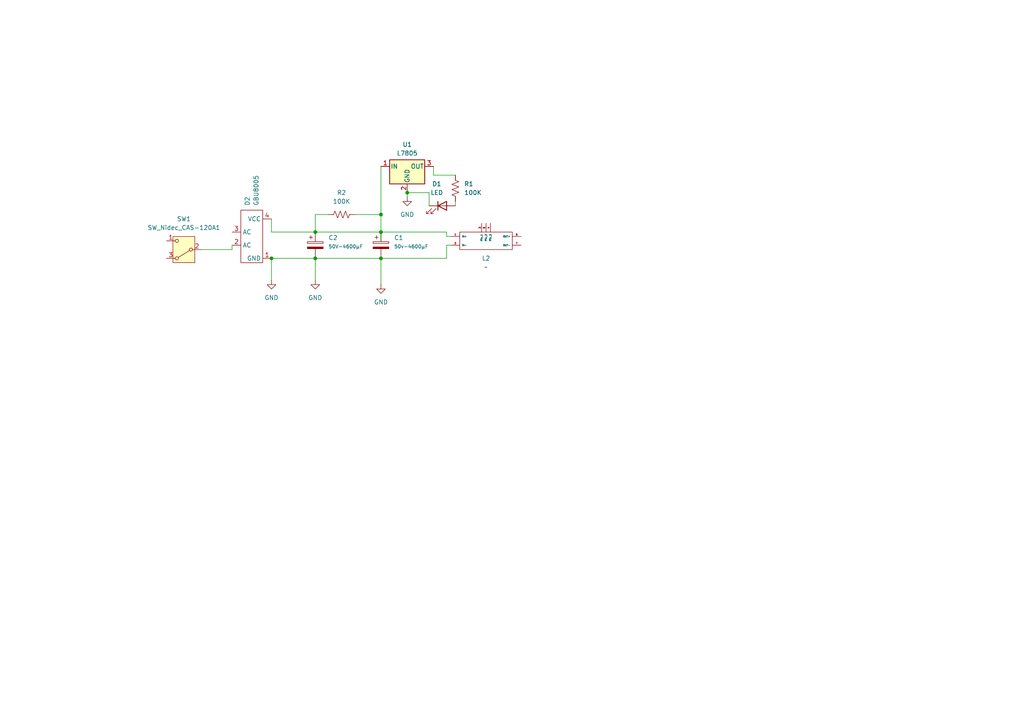
<source format=kicad_sch>
(kicad_sch (version 20250114) (generator "eeschema") (generator_version "9.0")
  (paper "A4")
  (lib_symbols
    (symbol "Device:C_Polarized" (pin_numbers (hide yes)) (pin_names (offset 0.254))
      (property "Reference" "C" (at 0.635 2.54 0))
      (property "Value" "C_Polarized" (at 0.635 -2.54 0))
      (symbol "C_Polarized_0_1"
        (rectangle (start -2.286 0.508) (end 2.286 1.016))
        (polyline (pts (xy -1.778 2.286) (xy -0.762 2.286)))
        (polyline (pts (xy -1.27 2.794) (xy -1.27 1.778)))
        (rectangle (start 2.286 -0.508) (end -2.286 -1.016) (fill (type outline)))
      )
      (symbol "C_Polarized_1_1"
        (pin passive line (at 0 3.81 270) (length 2.794) (name "~") (number "1"))
        (pin passive line (at 0 -3.81 90) (length 2.794) (name "~") (number "2"))
      )
    )
    (symbol "Device:LED" (pin_numbers (hide yes)) (pin_names (offset 1.016) (hide yes))
      (property "Reference" "D" (at 0 2.54 0))
      (property "Value" "LED" (at 0 -2.54 0))
      (symbol "LED_0_1"
        (polyline (pts (xy -3.048 -0.762) (xy -4.572 -2.286) (xy -3.81 -2.286) (xy -4.572 -2.286) (xy -4.572 -1.524)))
        (polyline (pts (xy -1.778 -0.762) (xy -3.302 -2.286) (xy -2.54 -2.286) (xy -3.302 -2.286) (xy -3.302 -1.524)))
        (polyline (pts (xy -1.27 0) (xy 1.27 0)))
        (polyline (pts (xy -1.27 -1.27) (xy -1.27 1.27)) (stroke (width 0.254)))
        (polyline (pts (xy 1.27 -1.27) (xy 1.27 1.27) (xy -1.27 0) (xy 1.27 -1.27)) (stroke (width 0.254)))
      )
      (symbol "LED_1_1"
        (pin passive line (at -3.81 0 0) (length 2.54) (name "K") (number "1"))
        (pin passive line (at 3.81 0 180) (length 2.54) (name "A") (number "2"))
      )
    )
    (symbol "Device:R_US" (pin_numbers (hide yes)) (pin_names (offset 0))
      (property "Reference" "R" (at 2.54 0 90))
      (property "Value" "R_US" (at -2.54 0 90))
      (symbol "R_US_0_1"
        (polyline (pts (xy 0 2.286) (xy 0 2.54)))
        (polyline (pts (xy 0 2.286) (xy 1.016 1.905) (xy 0 1.524) (xy -1.016 1.143) (xy 0 0.762)))
        (polyline (pts (xy 0 0.762) (xy 1.016 0.381) (xy 0 0) (xy -1.016 -0.381) (xy 0 -0.762)))
        (polyline (pts (xy 0 -0.762) (xy 1.016 -1.143) (xy 0 -1.524) (xy -1.016 -1.905) (xy 0 -2.286)))
        (polyline (pts (xy 0 -2.286) (xy 0 -2.54)))
      )
      (symbol "R_US_1_1"
        (pin passive line (at 0 3.81 270) (length 1.27) (name "~") (number "1"))
        (pin passive line (at 0 -3.81 90) (length 1.27) (name "~") (number "2"))
      )
    )
    (symbol "GBU8005_1"
      (property "Reference" "D" (at 1.778 16.764 0))
      (symbol "GBU8005_1_0_1"
        (rectangle (start 1.27 15.24) (end 16.51 8.89))
      )
      (symbol "GBU8005_1_1_1"
        (pin output line (at 2.54 6.35 90) (length 2.54) (name "GND") (number "1"))
        (pin passive line (at 6.35 17.78 270) (length 2.54) (name "AC") (number "2"))
        (pin passive line (at 10.16 17.78 270) (length 2.54) (name "AC") (number "3"))
        (pin output line (at 13.97 6.35 90) (length 2.54) (name "VCC") (number "4"))
      )
    )
    (symbol "LM2596:LM2596_Module"
      (property "Reference" "L" (at 0 0 0))
      (symbol "LM2596_Module_0_1"
        (rectangle (start 0 7.62) (end 15.24 2.54))
      )
      (symbol "LM2596_Module_1_1"
        (pin input line (at -2.54 6.35 0) (length 2.54) (name "IN+") (number "1"))
        (pin input line (at -2.54 3.81 0) (length 2.54) (name "IN-") (number "2"))
        (pin passive line (at 6.35 10.16 270) (length 2.54) (name "Pin_1") (number "3"))
        (pin passive line (at 7.62 10.16 270) (length 2.54) (name "Pin_2") (number "5"))
        (pin passive line (at 8.89 10.16 270) (length 2.54) (name "Pin_3") (number "4"))
        (pin output line (at 17.78 6.35 180) (length 2.54) (name "OUT+") (number "6"))
        (pin output line (at 17.78 3.81 180) (length 2.54) (name "OUT-") (number "7"))
      )
    )
    (symbol "Regulator_Linear:L7805" (pin_names (offset 0.254))
      (property "Reference" "U" (at -3.81 3.175 0))
      (property "Value" "L7805" (at 0 3.175 0))
      (symbol "L7805_0_1"
        (rectangle (start -5.08 1.905) (end 5.08 -5.08) (stroke (width 0.254)) (fill (type background)))
      )
      (symbol "L7805_1_1"
        (pin power_in line (at -7.62 0 0) (length 2.54) (name "IN") (number "1"))
        (pin power_in line (at 0 -7.62 90) (length 2.54) (name "GND") (number "2"))
        (pin power_out line (at 7.62 0 180) (length 2.54) (name "OUT") (number "3"))
      )
    )
    (symbol "Switch:SW_Nidec_CAS-120A1" (pin_names (offset 1) (hide yes))
      (property "Reference" "SW" (at 0 4.318 0))
      (property "Value" "SW_Nidec_CAS-120A1" (at 0 -5.08 0))
      (symbol "SW_Nidec_CAS-120A1_0_1"
        (circle (center -2.032 0) (radius 0.4572))
        (polyline (pts (xy -1.651 0.254) (xy 1.651 2.286)))
        (circle (center 2.032 2.54) (radius 0.4572))
        (circle (center 2.032 -2.54) (radius 0.4572))
      )
      (symbol "SW_Nidec_CAS-120A1_1_1"
        (rectangle (start -3.175 3.81) (end 3.175 -3.81) (fill (type background)))
        (pin passive line (at -5.08 0 0) (length 2.54) (name "B") (number "2"))
        (pin passive line (at 5.08 2.54 180) (length 2.54) (name "A") (number "3"))
        (pin passive line (at 5.08 -2.54 180) (length 2.54) (name "C") (number "1"))
      )
    )
    (symbol "power:GND" (power) (pin_numbers (hide yes)) (pin_names (offset 0) (hide yes))
      (property "Value" "GND" (at 0 -3.81 0))
      (symbol "GND_0_1"
        (polyline (pts (xy 0 0) (xy 0 -1.27) (xy 1.27 -1.27) (xy 0 -2.54) (xy -1.27 -1.27) (xy 0 -1.27)))
      )
      (symbol "GND_1_1"
        (pin power_in line (at 0 0 270) (length 0) (name "~") (number "1"))
      )
    )
  )
  (junction (at 118.11 55.88))
  (junction (at 110.49 67.31))
  (junction (at 91.44 67.31))
  (junction (at 78.74 74.93))
  (junction (at 91.44 74.93))
  (junction (at 110.49 74.93))
  (junction (at 110.49 62.23))
  (wire (pts (xy 132.08 58.42) (xy 132.08 59.69)))
  (wire (pts (xy 102.87 62.23) (xy 110.49 62.23)))
  (wire (pts (xy 91.44 74.93) (xy 110.49 74.93)))
  (wire (pts (xy 91.44 67.31) (xy 110.49 67.31)))
  (wire (pts (xy 110.49 74.93) (xy 129.54 74.93)))
  (wire (pts (xy 78.74 63.5) (xy 78.74 67.31)))
  (wire (pts (xy 67.31 72.39) (xy 67.31 71.12)))
  (wire (pts (xy 110.49 74.93) (xy 110.49 82.55)))
  (wire (pts (xy 58.42 72.39) (xy 67.31 72.39)))
  (wire (pts (xy 129.54 71.12) (xy 130.81 71.12)))
  (wire (pts (xy 91.44 62.23) (xy 95.25 62.23)))
  (wire (pts (xy 78.74 74.93) (xy 91.44 74.93)))
  (wire (pts (xy 91.44 67.31) (xy 91.44 62.23)))
  (wire (pts (xy 110.49 67.31) (xy 129.54 67.31)))
  (wire (pts (xy 132.08 50.8) (xy 125.73 50.8)))
  (wire (pts (xy 124.46 55.88) (xy 124.46 59.69)))
  (wire (pts (xy 118.11 55.88) (xy 118.11 57.15)))
  (wire (pts (xy 110.49 69.85) (xy 110.49 67.31)))
  (wire (pts (xy 78.74 67.31) (xy 91.44 67.31)))
  (wire (pts (xy 78.74 74.93) (xy 78.74 81.28)))
  (wire (pts (xy 118.11 55.88) (xy 124.46 55.88)))
  (wire (pts (xy 129.54 68.58) (xy 129.54 67.31)))
  (wire (pts (xy 129.54 68.58) (xy 130.81 68.58)))
  (wire (pts (xy 125.73 50.8) (xy 125.73 48.26)))
  (wire (pts (xy 110.49 62.23) (xy 110.49 67.31)))
  (wire (pts (xy 110.49 48.26) (xy 110.49 62.23)))
  (wire (pts (xy 91.44 74.93) (xy 91.44 81.28)))
  (wire (pts (xy 129.54 74.93) (xy 129.54 71.12)))
  (symbol (lib_id "Regulator_Linear:L7805") (at 118.11 48.26 0) (unit 1)
    (property "Reference" "U1" (at 118.11 41.91 0))
    (property "Value" "L7805" (at 118.11 44.45 0))
    (property "Footprint" "L7805:TO255P1020X450X2000-3" (effects (hide yes)))
    (property "Datasheet" "http://www.st.com/content/ccc/resource/technical/document/datasheet/41/4f/b3/b0/12/d4/47/88/CD00000444.pdf/files/CD00000444.pdf/jcr:content/translations/en.CD00000444.pdf" (effects (hide yes)))
    (property "Description" "Positive 1.5A 35V Linear Regulator, Fixed Output 5V, TO-220/TO-263/TO-252" (effects (hide yes)))
  )
  (symbol (lib_id "power:GND") (at 118.11 57.15 0) (unit 1)
    (property "Reference" "#PWR01" (effects (hide yes)))
    (property "Value" "GND" (at 118.11 62.23 0))
    (property "Description" "Power symbol creates a global label with name \"GND\" , ground" (effects (hide yes)))
  )
  (symbol (lib_id "power:GND") (at 110.49 82.55 0) (unit 1)
    (property "Reference" "#PWR04" (effects (hide yes)))
    (property "Value" "GND" (at 110.49 87.63 0))
    (property "Description" "Power symbol creates a global label with name \"GND\" , ground" (effects (hide yes)))
  )
  (symbol (lib_id "Device:R_US") (at 132.08 54.61 0) (unit 1)
    (property "Reference" "R1" (at 134.62 53.3399 0) (effects (justify left)))
    (property "Value" "100K" (at 134.62 55.8799 0) (effects (justify left)))
    (property "Footprint" "Resistor_THT:R_Axial_DIN0204_L3.6mm_D1.6mm_P5.08mm_Horizontal" (effects (hide yes)))
    (property "Description" "Resistor, US symbol" (effects (hide yes)))
  )
  (symbol (lib_id "LM2596:LM2596_Module") (at 133.35 74.93 0) (unit 1)
    (property "Reference" "L2" (at 140.97 74.93 0))
    (property "Value" "~" (at 140.97 77.47 0))
  )
  (symbol (lib_id "Device:C_Polarized") (at 91.44 71.12 0) (unit 1)
    (property "Reference" "C2" (at 95.25 68.9609 0) (effects (justify left)))
    (property "Value" "50V-4600µF" (at 95.25 71.5009 0) (effects (font (size 1.016 1.016)) (justify left)))
    (property "Footprint" "cap50v:Cap-50v-4600" (effects (hide yes)))
    (property "Description" "Polarized capacitor" (effects (hide yes)))
  )
  (symbol (lib_id "power:GND") (at 78.74 81.28 0) (unit 1)
    (property "Reference" "#PWR02" (effects (hide yes)))
    (property "Value" "GND" (at 78.74 86.36 0))
    (property "Description" "Power symbol creates a global label with name \"GND\" , ground" (effects (hide yes)))
  )
  (symbol (lib_id "power:GND") (at 91.44 81.28 0) (unit 1)
    (property "Reference" "#PWR03" (effects (hide yes)))
    (property "Value" "GND" (at 91.44 86.36 0))
    (property "Description" "Power symbol creates a global label with name \"GND\" , ground" (effects (hide yes)))
  )
  (symbol (lib_id "Device:LED") (at 128.27 59.69 0) (unit 1)
    (property "Reference" "D1" (at 126.6825 53.34 0))
    (property "Value" "LED" (at 126.6825 55.88 0))
    (property "Footprint" "LED_THT:LED_D5.0mm" (effects (hide yes)))
    (property "Description" "Light emitting diode" (effects (hide yes)))
    (property "Sim.Pins" "1=K 2=A" (effects (hide yes)))
  )
  (symbol (lib_id "Device:R_US") (at 99.06 62.23 90) (unit 1)
    (property "Reference" "R2" (at 99.06 55.88 90))
    (property "Value" "100K" (at 99.06 58.42 90))
    (property "Footprint" "Resistor_THT:R_Axial_DIN0204_L3.6mm_D1.6mm_P5.08mm_Horizontal" (effects (hide yes)))
    (property "Description" "Resistor, US symbol" (effects (hide yes)))
  )
  (symbol (lib_name "GBU8005_1") (lib_id "GBU8005:GBU8005") (at 85.09 77.47 90) (unit 1)
    (property "Reference" "D2" (at 71.7549 59.69 0) (effects (justify left)))
    (property "Value" "GBU8005" (at 74.2949 59.69 0) (effects (justify left)))
    (property "Footprint" "Library:diod" (effects (hide yes)))
  )
  (symbol (lib_id "Device:C_Polarized") (at 110.49 71.12 0) (unit 1)
    (property "Reference" "C1" (at 114.3 68.9609 0) (effects (justify left)))
    (property "Value" "50v-4600µF" (at 114.3 71.5009 0) (effects (font (size 1.016 1.016)) (justify left)))
    (property "Footprint" "cap50v:Cap-50v-4600" (effects (hide yes)))
    (property "Description" "Polarized capacitor" (effects (hide yes)))
  )
  (symbol (lib_id "Switch:SW_Nidec_CAS-120A1") (at 53.34 72.39 180) (unit 1)
    (property "Reference" "SW1" (at 53.34 63.5 0))
    (property "Value" "SW_Nidec_CAS-120A1" (at 53.34 66.04 0))
    (property "Footprint" "switch:Switch SPST" (effects (hide yes)))
    (property "Datasheet" "https://www.nidec-components.com/e/catalog/switch/cas.pdf" (effects (hide yes)))
    (property "Description" "Switch, single pole double throw" (effects (hide yes)))
  )
)
</source>
